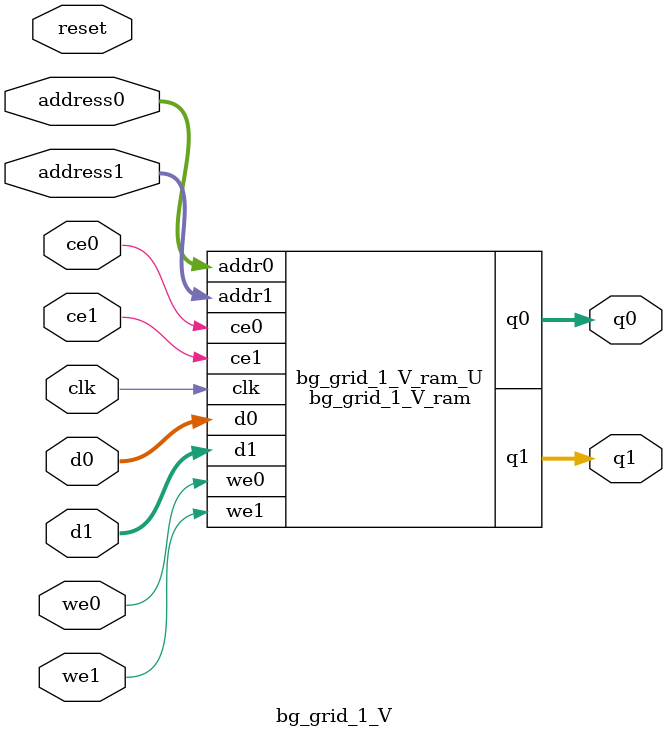
<source format=v>
`timescale 1 ns / 1 ps
module bg_grid_1_V_ram (addr0, ce0, d0, we0, q0, addr1, ce1, d1, we1, q1,  clk);

parameter DWIDTH = 96;
parameter AWIDTH = 8;
parameter MEM_SIZE = 161;

input[AWIDTH-1:0] addr0;
input ce0;
input[DWIDTH-1:0] d0;
input we0;
output reg[DWIDTH-1:0] q0;
input[AWIDTH-1:0] addr1;
input ce1;
input[DWIDTH-1:0] d1;
input we1;
output reg[DWIDTH-1:0] q1;
input clk;

(* ram_style = "block" *)reg [DWIDTH-1:0] ram[0:MEM_SIZE-1];




always @(posedge clk)  
begin 
    if (ce0) begin
        if (we0) 
            ram[addr0] <= d0; 
        q0 <= ram[addr0];
    end
end


always @(posedge clk)  
begin 
    if (ce1) begin
        if (we1) 
            ram[addr1] <= d1; 
        q1 <= ram[addr1];
    end
end


endmodule

`timescale 1 ns / 1 ps
module bg_grid_1_V(
    reset,
    clk,
    address0,
    ce0,
    we0,
    d0,
    q0,
    address1,
    ce1,
    we1,
    d1,
    q1);

parameter DataWidth = 32'd96;
parameter AddressRange = 32'd161;
parameter AddressWidth = 32'd8;
input reset;
input clk;
input[AddressWidth - 1:0] address0;
input ce0;
input we0;
input[DataWidth - 1:0] d0;
output[DataWidth - 1:0] q0;
input[AddressWidth - 1:0] address1;
input ce1;
input we1;
input[DataWidth - 1:0] d1;
output[DataWidth - 1:0] q1;



bg_grid_1_V_ram bg_grid_1_V_ram_U(
    .clk( clk ),
    .addr0( address0 ),
    .ce0( ce0 ),
    .we0( we0 ),
    .d0( d0 ),
    .q0( q0 ),
    .addr1( address1 ),
    .ce1( ce1 ),
    .we1( we1 ),
    .d1( d1 ),
    .q1( q1 ));

endmodule


</source>
